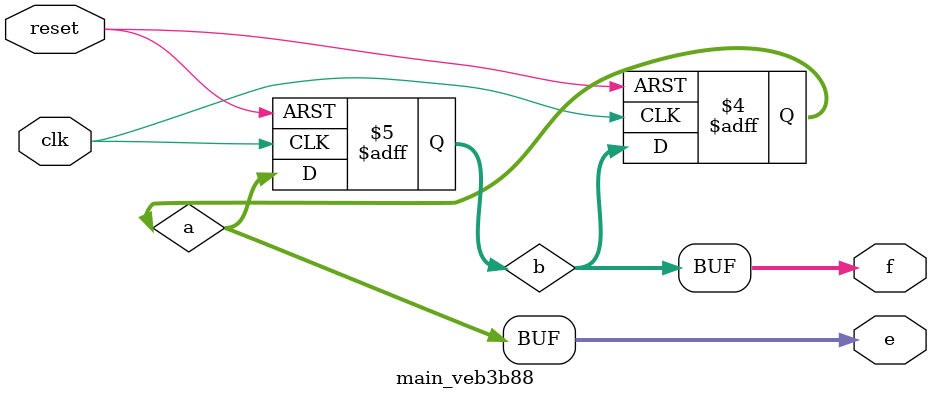
<source format=v>

`default_nettype none

module main #(
 parameter ve85ee0 = 2
) (
 input v4c960c,
 input vclk,
 output [2:0] v8d5ddb,
 output [2:0] v965915,
 output [0:1] vinit
);
 localparam p3 = ve85ee0;
 wire [0:2] w0;
 wire [0:2] w1;
 wire w2;
 wire w4;
 wire w5;
 assign v8d5ddb = w0;
 assign v965915 = w1;
 assign w4 = v4c960c;
 assign w5 = vclk;
 v5b3e69 #(
  .v207e0d(p3)
 ) vba2abd (
  .v8337bc(w2),
  .v531e20(w5)
 );
 main_veb3b88 veb3b88 (
  .e(w0),
  .f(w1),
  .clk(w2),
  .reset(w4)
 );
 assign vinit = 2'b00;
endmodule

/*-------------------------------------------------*/
/*--   */
/*-- - - - - - - - - - - - - - - - - - - - - - - --*/
/*-- 
/*-------------------------------------------------*/
//---- Top entity
module v5b3e69 #(
 parameter v207e0d = 1
) (
 input v531e20,
 output v8337bc
);
 localparam p2 = v207e0d;
 wire w0;
 wire w1;
 assign v8337bc = w0;
 assign w1 = v531e20;
 v5b3e69_v94c6d7 #(
  .SEG(p2)
 ) v94c6d7 (
  .clk_o(w0),
  .clk(w1)
 );
endmodule

/*-------------------------------------------------*/
/*-- Corazon_Seg  */
/*-- - - - - - - - - - - - - - - - - - - - - - - --*/
/*-- Bombear 1 bit con el periodo especificado en el parámetro. Por defecto el periodo es de 1 segundos
/*-------------------------------------------------*/

module v5b3e69_v94c6d7 #(
 parameter SEG = 0
) (
 input clk,
 output clk_o
);
 
 //parameter HZ=1;
 
 //-- Constante para dividir y obtener una frecuencia de 1Hz
 localparam M = 12000000*SEG;
 
 //-- Calcular el numero de bits para almacenar M
 localparam N = $clog2(M);
 
 //-- Registro del divisor
 reg [N-1:0] divcounter;
 
 //-- Temporal clock
 reg clk_t = 0;
 
 //-- Se usa un contador modulo M/2 para luego
 //-- pasarlo por un biestable T y dividir la frecuencia
 //-- entre 2, para que el ciclo de trabajo sea del 50%
 always @(posedge clk)
     if (divcounter == M/2) begin
       clk_t <= 1;
       divcounter = 0;
     end 
     else begin
       divcounter <=  divcounter + 1;
       clk_t = 0;
     end 
   
 reg clk_o = 0;  
     
 //-- Biestable T para obtener ciclo de trabajo del 50%
 always @(posedge clk)
   if (clk_t)
     clk_o <= ~clk_o;
 
endmodule

module main_veb3b88 (
 input reset,
 input clk,
 output [2:0] e,
 output [2:0] f
);
 // module Nobloqueante(input reset, input clk, output [2:0] e, output [2:0] f);
 
 // asignación NO BLOQUEANTE <=  
 // No importa el orden.  Primero se ejecutan las acciones a la derecha de la asignación ( RHS)
 // y al final del always se asignan todos a la izquierda.
 
 // En este caso podemos ver un intercambio en cada ciclo de reloj
 
 reg [2:0] a=7;       // 7
 reg [2:0] b=5;       // 5
 
 
 // originalmente a = 7  b=5
 
 //always @(posedge clk, negedge reset) //no hay instancia para esta forma
                                      //Verifica pero no construye ... no se puede instanciar
                                      //biestable con reloj flanco positivo y otro negativo
                                      //Este caso no funciona...
                                      
 always @(negedge clk, posedge reset)  // Ojo! Esta si se instancia y funciona correctamente.
                                        
 begin                                 
  if(reset)  // Reset Asíncrono... Se produce en cuanto se pulse
   begin
     a<=7;           //Carga valores
     b<=5;
   end
   
  else
   begin             
     a <= b;        // Intercambia
     b <= a;             
   end
   
 end
 
 assign e = a;      //Asignación
 assign f = b;
 
 //endmodule
endmodule

</source>
